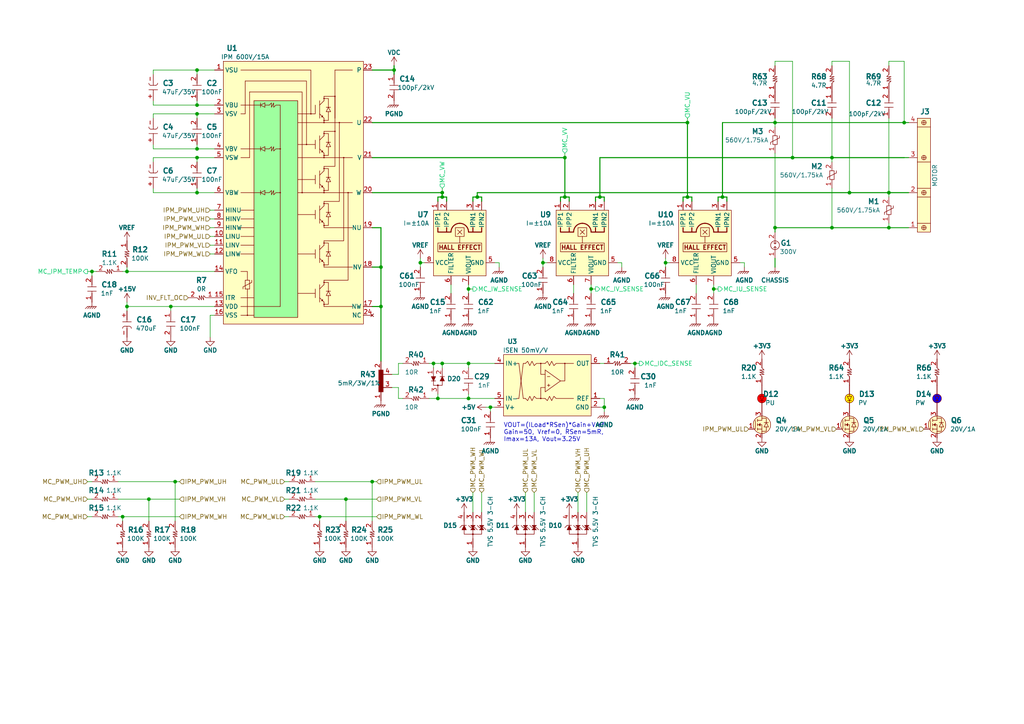
<source format=kicad_sch>
(kicad_sch (version 20231120) (generator "eeschema") (generator_version "8.0")
  (paper "A4")
  (title_block (title "INVERTER BOARD") (date "2024-09-24") (rev "1.0") (company "TON DUC THANG UNIVERSITY") (comment 1 "Schematic Designed by ...") (comment 2 "PCB Designed by ...") (comment 3 "Approved by ..."))
  (junction (at 175.26 118.11))
  (junction (at 57.15 20.32))
  (junction (at 57.15 33.02))
  (junction (at 229.87 45.72))
  (junction (at 128.27 57.15))
  (junction (at 171.45 83.82))
  (junction (at 121.92 76.2))
  (junction (at 224.79 35.56))
  (junction (at 257.81 55.88))
  (junction (at 35.56 149.86))
  (junction (at 209.55 57.15))
  (junction (at 57.15 30.48))
  (junction (at 128.27 55.88))
  (junction (at 57.15 43.18))
  (junction (at 257.81 66.04))
  (junction (at 246.38 55.88))
  (junction (at 173.99 57.15))
  (junction (at 36.83 78.74))
  (junction (at 224.79 66.04))
  (junction (at 36.83 88.9))
  (junction (at 57.15 45.72))
  (junction (at 107.95 139.7))
  (junction (at 163.83 45.72))
  (junction (at 43.18 144.78))
  (junction (at 49.53 88.9))
  (junction (at 114.3 20.32))
  (junction (at 110.49 88.9))
  (junction (at 199.39 35.56))
  (junction (at 199.39 57.15))
  (junction (at 128.27 105.41))
  (junction (at 184.15 105.41))
  (junction (at 157.48 76.2))
  (junction (at 110.49 77.47))
  (junction (at 135.89 83.82))
  (junction (at 92.71 149.86))
  (junction (at 100.33 144.78))
  (junction (at 57.15 55.88))
  (junction (at 207.01 83.82))
  (junction (at 241.3 45.72))
  (junction (at 135.89 115.57))
  (junction (at 26.67 78.74))
  (junction (at 142.24 118.11))
  (junction (at 127 115.57))
  (junction (at 125.73 105.41))
  (junction (at 135.89 105.41))
  (junction (at 262.255 35.56))
  (junction (at 138.43 57.15))
  (junction (at 193.04 76.2))
  (junction (at 163.83 57.15))
  (junction (at 241.3 66.04))
  (junction (at 50.8 139.7))
  (wire (pts (xy 157.48 76.2) (xy 158.75 76.2)))
  (wire (pts (xy 60.96 68.58) (xy 62.23 68.58)))
  (wire (pts (xy 25.4 144.78) (xy 26.67 144.78)))
  (wire (pts (xy 121.92 74.93) (xy 121.92 76.2)))
  (wire (pts (xy 163.83 45.72) (xy 163.83 57.15)) (stroke (width 0.3)))
  (wire (pts (xy 135.89 106.68) (xy 135.89 105.41)))
  (wire (pts (xy 171.45 83.82) (xy 172.72 83.82)))
  (wire (pts (xy 44.45 30.48) (xy 57.15 30.48)))
  (wire (pts (xy 44.45 20.32) (xy 57.15 20.32)))
  (wire (pts (xy 246.38 17.78) (xy 246.38 55.88)))
  (wire (pts (xy 114.3 20.32) (xy 114.3 21.59)) (stroke (width 0.3)))
  (wire (pts (xy 207.01 82.55) (xy 207.01 83.82)))
  (wire (pts (xy 224.79 34.29) (xy 224.79 35.56)))
  (wire (pts (xy 115.57 112.395) (xy 113.665 112.395)))
  (wire (pts (xy 224.79 35.56) (xy 262.255 35.56)) (stroke (width 0.254)))
  (wire (pts (xy 229.87 45.72) (xy 241.3 45.72)) (stroke (width 0.3)))
  (wire (pts (xy 44.45 29.21) (xy 44.45 30.48)))
  (wire (pts (xy 208.28 58.42) (xy 208.28 57.15)) (stroke (width 0.3)))
  (wire (pts (xy 91.44 144.78) (xy 100.33 144.78)))
  (wire (pts (xy 162.56 57.15) (xy 163.83 57.15)) (stroke (width 0.3)))
  (wire (pts (xy 224.79 74.93) (xy 224.79 77.47)) (stroke (width 0.254)))
  (wire (pts (xy 257.81 19.05) (xy 257.81 17.78)))
  (wire (pts (xy 224.79 19.05) (xy 224.79 17.78)))
  (wire (pts (xy 44.45 21.59) (xy 44.45 20.32)))
  (wire (pts (xy 115.57 115.57) (xy 115.57 112.395)))
  (wire (pts (xy 60.96 71.12) (xy 62.23 71.12)))
  (wire (pts (xy 137.16 57.15) (xy 138.43 57.15)) (stroke (width 0.3)))
  (wire (pts (xy 163.83 44.45) (xy 163.83 45.72)))
  (wire (pts (xy 121.92 76.2) (xy 123.19 76.2)))
  (wire (pts (xy 209.55 57.15) (xy 210.82 57.15)) (stroke (width 0.3)))
  (wire (pts (xy 34.29 144.78) (xy 43.18 144.78)))
  (wire (pts (xy 128.27 106.68) (xy 128.27 105.41)))
  (wire (pts (xy 57.15 54.61) (xy 57.15 55.88)))
  (wire (pts (xy 92.71 149.86) (xy 92.71 151.13)))
  (wire (pts (xy 175.26 57.15) (xy 175.26 58.42)) (stroke (width 0.3)))
  (wire (pts (xy 139.7 142.875) (xy 139.7 148.59)))
  (wire (pts (xy 35.56 149.86) (xy 52.07 149.86)))
  (wire (pts (xy 57.15 45.72) (xy 57.15 46.99)))
  (wire (pts (xy 184.15 105.41) (xy 182.88 105.41)))
  (wire (pts (xy 198.12 58.42) (xy 198.12 57.15)) (stroke (width 0.3)))
  (wire (pts (xy 34.29 139.7) (xy 50.8 139.7)))
  (wire (pts (xy 224.79 17.78) (xy 229.87 17.78)))
  (wire (pts (xy 44.45 41.91) (xy 44.45 43.18)))
  (wire (pts (xy 144.78 76.2) (xy 144.78 77.47)))
  (wire (pts (xy 173.99 45.72) (xy 173.99 57.15)) (stroke (width 0.3)))
  (wire (pts (xy 257.81 64.77) (xy 257.81 66.04)))
  (wire (pts (xy 175.26 119.38) (xy 175.26 118.11)))
  (wire (pts (xy 100.33 144.78) (xy 109.22 144.78)))
  (wire (pts (xy 110.49 88.9) (xy 110.49 104.775)) (stroke (width 0.3)))
  (wire (pts (xy 107.95 55.88) (xy 128.27 55.88)) (stroke (width 0.3)))
  (wire (pts (xy 91.44 139.7) (xy 107.95 139.7)))
  (wire (pts (xy 60.96 91.44) (xy 62.23 91.44)))
  (wire (pts (xy 44.45 33.02) (xy 57.15 33.02)))
  (wire (pts (xy 241.3 45.72) (xy 262.255 45.72)) (stroke (width 0.3)))
  (wire (pts (xy 60.96 66.04) (xy 62.23 66.04)))
  (wire (pts (xy 57.15 41.91) (xy 57.15 43.18)))
  (wire (pts (xy 229.87 17.78) (xy 229.87 45.72)))
  (wire (pts (xy 138.43 57.15) (xy 139.7 57.15)) (stroke (width 0.3)))
  (wire (pts (xy 129.54 57.15) (xy 129.54 58.42)) (stroke (width 0.3)))
  (wire (pts (xy 50.8 139.7) (xy 52.07 139.7)))
  (wire (pts (xy 135.89 83.82) (xy 137.16 83.82)))
  (wire (pts (xy 114.3 19.05) (xy 114.3 20.32)) (stroke (width 0.3)))
  (wire (pts (xy 43.18 144.78) (xy 52.07 144.78)))
  (wire (pts (xy 200.66 57.15) (xy 200.66 58.42)) (stroke (width 0.3)))
  (wire (pts (xy 62.23 30.48) (xy 57.15 30.48)))
  (wire (pts (xy 241.3 66.04) (xy 257.81 66.04)) (stroke (width 0.254)))
  (wire (pts (xy 152.4 142.875) (xy 152.4 148.59)))
  (wire (pts (xy 57.15 55.88) (xy 62.23 55.88)))
  (wire (pts (xy 257.81 17.78) (xy 262.255 17.78)))
  (wire (pts (xy 207.01 83.82) (xy 208.28 83.82)))
  (wire (pts (xy 210.82 57.15) (xy 210.82 58.42)) (stroke (width 0.3)))
  (wire (pts (xy 35.56 78.74) (xy 36.83 78.74)))
  (wire (pts (xy 25.4 149.86) (xy 26.67 149.86)))
  (wire (pts (xy 127 57.15) (xy 127 58.42)) (stroke (width 0.3)))
  (wire (pts (xy 170.18 142.875) (xy 170.18 148.59)))
  (wire (pts (xy 36.83 77.47) (xy 36.83 78.74)))
  (wire (pts (xy 107.95 20.32) (xy 114.3 20.32)) (stroke (width 0.3)))
  (wire (pts (xy 92.71 149.86) (xy 109.22 149.86)))
  (wire (pts (xy 107.95 139.7) (xy 109.22 139.7)))
  (wire (pts (xy 172.72 58.42) (xy 172.72 57.15)) (stroke (width 0.3)))
  (wire (pts (xy 107.95 139.7) (xy 107.95 151.13)))
  (wire (pts (xy 50.8 139.7) (xy 50.8 151.13)))
  (wire (pts (xy 44.45 43.18) (xy 57.15 43.18)))
  (wire (pts (xy 193.04 76.2) (xy 194.31 76.2)))
  (wire (pts (xy 142.24 118.11) (xy 142.24 119.38)))
  (wire (pts (xy 171.45 82.55) (xy 171.45 83.82)))
  (wire (pts (xy 137.16 142.875) (xy 137.16 148.59)))
  (wire (pts (xy 207.01 83.82) (xy 207.01 85.09)))
  (wire (pts (xy 257.81 55.88) (xy 263.525 55.88)) (stroke (width 0.3)))
  (wire (pts (xy 110.49 77.47) (xy 110.49 88.9)) (stroke (width 0.3)))
  (wire (pts (xy 165.1 57.15) (xy 165.1 58.42)) (stroke (width 0.3)))
  (wire (pts (xy 36.83 78.74) (xy 62.23 78.74)))
  (wire (pts (xy 175.26 115.57) (xy 175.26 118.11)))
  (wire (pts (xy 173.99 45.72) (xy 229.87 45.72)) (stroke (width 0.3)))
  (wire (pts (xy 198.12 57.15) (xy 199.39 57.15)) (stroke (width 0.3)))
  (wire (pts (xy 44.45 34.29) (xy 44.45 33.02)))
  (wire (pts (xy 201.93 85.09) (xy 201.93 82.55)))
  (wire (pts (xy 135.89 115.57) (xy 143.51 115.57)))
  (wire (pts (xy 241.3 34.29) (xy 241.3 45.72)))
  (wire (pts (xy 115.57 108.585) (xy 113.665 108.585)))
  (wire (pts (xy 57.15 29.21) (xy 57.15 30.48)))
  (wire (pts (xy 127 115.57) (xy 135.89 115.57)))
  (wire (pts (xy 128.27 54.61) (xy 128.27 55.88)))
  (wire (pts (xy 44.45 45.72) (xy 57.15 45.72)))
  (wire (pts (xy 57.15 20.32) (xy 57.15 21.59)))
  (wire (pts (xy 171.45 83.82) (xy 171.45 85.09)))
  (wire (pts (xy 138.43 55.88) (xy 138.43 57.15)) (stroke (width 0.3)))
  (wire (pts (xy 128.27 57.15) (xy 129.54 57.15)) (stroke (width 0.3)))
  (wire (pts (xy 82.55 139.7) (xy 83.82 139.7)))
  (wire (pts (xy 162.56 58.42) (xy 162.56 57.15)) (stroke (width 0.3)))
  (wire (pts (xy 214.63 76.2) (xy 215.9 76.2)))
  (wire (pts (xy 115.57 105.41) (xy 115.57 108.585)))
  (wire (pts (xy 193.04 76.2) (xy 193.04 77.47)))
  (wire (pts (xy 130.81 85.09) (xy 130.81 82.55)))
  (wire (pts (xy 44.45 46.99) (xy 44.45 45.72)))
  (wire (pts (xy 173.99 115.57) (xy 175.26 115.57)))
  (wire (pts (xy 175.26 118.11) (xy 173.99 118.11)))
  (wire (pts (xy 60.96 97.79) (xy 60.96 91.44)))
  (wire (pts (xy 91.44 149.86) (xy 92.71 149.86)))
  (wire (pts (xy 135.89 82.55) (xy 135.89 83.82)))
  (wire (pts (xy 135.89 83.82) (xy 135.89 85.09)))
  (wire (pts (xy 167.64 142.875) (xy 167.64 148.59)))
  (wire (pts (xy 36.83 88.9) (xy 49.53 88.9)))
  (wire (pts (xy 172.72 57.15) (xy 173.99 57.15)) (stroke (width 0.3)))
  (wire (pts (xy 246.38 55.88) (xy 257.81 55.88)) (stroke (width 0.3)))
  (wire (pts (xy 125.73 105.41) (xy 125.73 106.68)))
  (wire (pts (xy 125.73 105.41) (xy 128.27 105.41)))
  (wire (pts (xy 110.49 66.04) (xy 110.49 77.47)) (stroke (width 0.3)))
  (wire (pts (xy 241.3 45.72) (xy 241.3 46.99)))
  (wire (pts (xy 241.3 54.61) (xy 241.3 66.04)))
  (wire (pts (xy 215.9 76.2) (xy 215.9 77.47)))
  (wire (pts (xy 135.89 114.3) (xy 135.89 115.57)))
  (wire (pts (xy 62.23 45.72) (xy 57.15 45.72)))
  (wire (pts (xy 107.95 45.72) (xy 163.83 45.72)) (stroke (width 0.3)))
  (wire (pts (xy 100.33 144.78) (xy 100.33 151.13)))
  (wire (pts (xy 26.67 80.01) (xy 26.67 78.74)))
  (wire (pts (xy 128.27 105.41) (xy 135.89 105.41)))
  (wire (pts (xy 43.18 144.78) (xy 43.18 151.13)))
  (wire (pts (xy 184.15 106.68) (xy 184.15 105.41)))
  (wire (pts (xy 262.255 17.78) (xy 262.255 35.56)))
  (wire (pts (xy 124.46 105.41) (xy 125.73 105.41)))
  (wire (pts (xy 185.42 105.41) (xy 184.15 105.41)))
  (wire (pts (xy 199.39 57.15) (xy 199.39 35.56)) (stroke (width 0.3)))
  (wire (pts (xy 163.83 57.15) (xy 165.1 57.15)) (stroke (width 0.3)))
  (wire (pts (xy 107.95 77.47) (xy 110.49 77.47)) (stroke (width 0.3)))
  (wire (pts (xy 199.39 34.29) (xy 199.39 35.56)))
  (wire (pts (xy 224.79 44.45) (xy 224.79 66.04)))
  (wire (pts (xy 179.07 76.2) (xy 180.34 76.2)))
  (wire (pts (xy 173.99 57.15) (xy 175.26 57.15)) (stroke (width 0.3)))
  (wire (pts (xy 139.7 57.15) (xy 139.7 58.42)) (stroke (width 0.3)))
  (wire (pts (xy 209.55 35.56) (xy 209.55 57.15)) (stroke (width 0.3)))
  (wire (pts (xy 143.51 76.2) (xy 144.78 76.2)))
  (wire (pts (xy 107.95 35.56) (xy 199.39 35.56)) (stroke (width 0.3)))
  (wire (pts (xy 193.04 74.93) (xy 193.04 76.2)))
  (wire (pts (xy 25.4 139.7) (xy 26.67 139.7)))
  (wire (pts (xy 82.55 149.86) (xy 83.82 149.86)))
  (wire (pts (xy 60.96 63.5) (xy 62.23 63.5)))
  (wire (pts (xy 175.26 105.41) (xy 173.99 105.41)))
  (wire (pts (xy 166.37 85.09) (xy 166.37 82.55)))
  (wire (pts (xy 262.255 35.56) (xy 263.525 35.56)) (stroke (width 0.254)))
  (wire (pts (xy 49.53 90.17) (xy 49.53 88.9)))
  (wire (pts (xy 82.55 144.78) (xy 83.82 144.78)))
  (wire (pts (xy 209.55 35.56) (xy 224.79 35.56)) (stroke (width 0.254)))
  (wire (pts (xy 224.79 66.04) (xy 241.3 66.04)) (stroke (width 0.254)))
  (wire (pts (xy 138.43 55.88) (xy 246.38 55.88)) (stroke (width 0.3)))
  (wire (pts (xy 208.28 57.15) (xy 209.55 57.15)) (stroke (width 0.3)))
  (wire (pts (xy 35.56 149.86) (xy 35.56 151.13)))
  (wire (pts (xy 34.29 149.86) (xy 35.56 149.86)))
  (wire (pts (xy 127 115.57) (xy 124.46 115.57)))
  (wire (pts (xy 142.24 118.11) (xy 143.51 118.11)))
  (wire (pts (xy 127 57.15) (xy 128.27 57.15)) (stroke (width 0.3)))
  (wire (pts (xy 121.92 76.2) (xy 121.92 77.47)))
  (wire (pts (xy 36.83 90.17) (xy 36.83 88.9)))
  (wire (pts (xy 116.84 115.57) (xy 115.57 115.57)))
  (wire (pts (xy 49.53 88.9) (xy 62.23 88.9)))
  (wire (pts (xy 154.94 142.875) (xy 154.94 148.59)))
  (wire (pts (xy 128.27 57.15) (xy 128.27 55.88)) (stroke (width 0.3)))
  (wire (pts (xy 140.97 118.11) (xy 142.24 118.11)))
  (wire (pts (xy 62.23 33.02) (xy 57.15 33.02)))
  (wire (pts (xy 107.95 66.04) (xy 110.49 66.04)) (stroke (width 0.3)))
  (wire (pts (xy 60.96 73.66) (xy 62.23 73.66)))
  (wire (pts (xy 262.255 45.72) (xy 263.525 45.72)) (stroke (width 0.254)))
  (wire (pts (xy 135.89 105.41) (xy 143.51 105.41)))
  (wire (pts (xy 26.67 78.74) (xy 27.94 78.74)))
  (wire (pts (xy 257.81 55.88) (xy 257.81 57.15)))
  (wire (pts (xy 44.45 54.61) (xy 44.45 55.88)))
  (wire (pts (xy 157.48 76.2) (xy 157.48 77.47)))
  (wire (pts (xy 110.49 88.9) (xy 107.95 88.9)) (stroke (width 0.3)))
  (wire (pts (xy 257.81 34.29) (xy 257.81 55.88)))
  (wire (pts (xy 241.3 17.78) (xy 246.38 17.78)))
  (wire (pts (xy 60.96 60.96) (xy 62.23 60.96)))
  (wire (pts (xy 224.79 35.56) (xy 224.79 36.83)))
  (wire (pts (xy 25.4 78.74) (xy 26.67 78.74)))
  (wire (pts (xy 57.15 33.02) (xy 57.15 34.29)))
  (wire (pts (xy 157.48 74.93) (xy 157.48 76.2)))
  (wire (pts (xy 257.81 66.04) (xy 263.525 66.04)) (stroke (width 0.254)))
  (wire (pts (xy 62.23 43.18) (xy 57.15 43.18)))
  (wire (pts (xy 127 114.3) (xy 127 115.57)))
  (wire (pts (xy 44.45 55.88) (xy 57.15 55.88)))
  (wire (pts (xy 116.84 105.41) (xy 115.57 105.41)))
  (wire (pts (xy 241.3 19.05) (xy 241.3 17.78)))
  (wire (pts (xy 199.39 57.15) (xy 200.66 57.15)) (stroke (width 0.3)))
  (wire (pts (xy 36.83 87.63) (xy 36.83 88.9)))
  (wire (pts (xy 62.23 20.32) (xy 57.15 20.32)))
  (wire (pts (xy 137.16 58.42) (xy 137.16 57.15)) (stroke (width 0.3)))
  (wire (pts (xy 180.34 76.2) (xy 180.34 77.47)))
  (wire (pts (xy 224.79 66.04) (xy 224.79 67.31)) (stroke (width 0.254)))
  (text "VOUT=(ILoad*RSen)*Gain+Vref\nGain=50, Vref=0, RSen=5mR,\nImax=13A, Vout=3.25V" (at 146.05 128.27 0) (effects (font (size 1.27 1.27)) (justify left bottom)))
  (hierarchical_label "MC_PWM_UL" (shape input) (at 82.55 139.7 180))
  (hierarchical_label "MC_PWM_UH" (shape input) (at 25.4 139.7 180))
  (hierarchical_label "MC_PWM_WH" (shape input) (at 137.16 142.875 90))
  (hierarchical_label "IPM_PWM_UL" (shape input) (at 217.17 124.46 180))
  (hierarchical_label "IPM_PWM_VL" (shape input) (at 60.96 71.12 180))
  (hierarchical_label "MC_VW" (shape input) (at 128.27 54.61 90))
  (hierarchical_label "IPM_PWM_UL" (shape input) (at 60.96 68.58 180))
  (hierarchical_label "IPM_PWM_UH" (shape input) (at 52.07 139.7 0))
  (hierarchical_label "IPM_PWM_VH" (shape input) (at 52.07 144.78 0))
  (hierarchical_label "IPM_PWM_VL" (shape input) (at 109.22 144.78 0))
  (hierarchical_label "MC_PWM_VL" (shape input) (at 154.94 142.875 90))
  (hierarchical_label "MC_PWM_VL" (shape input) (at 82.55 144.78 180))
  (hierarchical_label "IPM_PWM_UH" (shape input) (at 60.96 60.96 180))
  (hierarchical_label "IPM_PWM_WL" (shape input) (at 267.97 124.46 180))
  (hierarchical_label "MC_PWM_VH" (shape input) (at 167.64 142.875 90))
  (hierarchical_label "MC_VV" (shape input) (at 163.83 44.45 90))
  (hierarchical_label "MC_IPM_TEMP" (shape output) (at 25.4 78.74 180))
  (hierarchical_label "IPM_PWM_VL" (shape input) (at 242.57 124.46 180))
  (hierarchical_label "IPM_PWM_WH" (shape input) (at 60.96 66.04 180))
  (hierarchical_label "MC_IW_SENSE" (shape output) (at 137.16 83.82 0))
  (hierarchical_label "MC_PWM_VH" (shape input) (at 25.4 144.78 180))
  (hierarchical_label "MC_PWM_UL" (shape input) (at 152.4 142.875 90))
  (hierarchical_label "IPM_PWM_VH" (shape input) (at 60.96 63.5 180))
  (hierarchical_label "MC_IV_SENSE" (shape output) (at 172.72 83.82 0))
  (hierarchical_label "IPM_PWM_WL" (shape input) (at 60.96 73.66 180))
  (hierarchical_label "MC_IDC_SENSE" (shape output) (at 185.42 105.41 0))
  (hierarchical_label "MC_VU" (shape input) (at 199.39 34.29 90))
  (hierarchical_label "MC_PWM_WH" (shape input) (at 25.4 149.86 180))
  (hierarchical_label "IPM_PWM_WL" (shape input) (at 109.22 149.86 0))
  (hierarchical_label "IPM_PWM_UL" (shape input) (at 109.22 139.7 0))
  (hierarchical_label "MC_PWM_WL" (shape input) (at 139.7 142.875 90))
  (hierarchical_label "MC_PWM_WL" (shape input) (at 82.55 149.86 180))
  (hierarchical_label "INV_FLT_OC" (shape input) (at 54.61 86.36 180))
  (hierarchical_label "MC_PWM_UH" (shape input) (at 170.18 142.875 90))
  (hierarchical_label "MC_IU_SENSE" (shape output) (at 208.28 83.82 0))
  (hierarchical_label "IPM_PWM_WH" (shape input) (at 52.07 149.86 0))
  (symbol (lib_id "SAMPI:AGND") (at 166.37 92.71 0) (unit 1)
    (property "Reference" "#PWR0109" (effects (hide yes)))
    (property "Value" "AGND" (at 166.37 96.52 0) (effects (font (bold yes))))
  )
  (symbol (lib_id "SAMPI:CERCAP") (at 144.78 124.46 270) (mirror x) (unit 1)
    (property "Reference" "C31" (at 138.43 121.92 90) (effects (font (size 1.5 1.5) (bold yes)) (justify right)))
    (property "Value" "100nF" (at 139.7 124.46 90) (effects (justify right)))
    (property "Footprint" "SAMPI:CAP0603" (effects (hide yes)))
    (property "Description" "CAP CER 0.1UF 50V X7R 0603" (effects (hide yes)))
    (property "MNP" "CL10B104KB8NNNC" (effects (hide yes)))
    (property "Unit Price" "0.0146" (effects (hide yes)))
    (property "MFT" "Samsung" (effects (hide yes)))
    (property "Checked" "OK" (effects (hide yes)))
  )
  (symbol (lib_id "SAMPI:CERCAP") (at 46.99 92.71 90) (mirror x) (unit 1)
    (property "Reference" "C17" (at 52.07 92.71 90) (effects (font (size 1.5 1.5) (bold yes)) (justify right)))
    (property "Value" "100nF" (at 52.07 95.25 90) (effects (justify right)))
    (property "Footprint" "SAMPI:CAP0603" (effects (hide yes)))
    (property "Description" "CAP CER 0.1UF 50V X7R 0603" (effects (hide yes)))
    (property "MNP" "CL10B104KB8NNNC" (effects (hide yes)))
    (property "Unit Price" "0.0146" (effects (hide yes)))
    (property "MFT" "Samsung" (effects (hide yes)))
    (property "Checked" "OK" (effects (hide yes)))
  )
  (symbol (lib_id "SAMPI:AGND") (at 142.24 127 0) (unit 1)
    (property "Reference" "#PWR068" (effects (hide yes)))
    (property "Value" "AGND" (at 142.24 130.81 0) (effects (font (bold yes))))
  )
  (symbol (lib_id "power:GND") (at 36.83 97.79 0) (unit 1)
    (property "Reference" "#PWR014" (effects (hide yes)))
    (property "Value" "GND" (at 36.83 101.6 0) (effects (font (bold yes))))
  )
  (symbol (lib_id "SAMPI:VREF") (at 121.92 74.93 0) (unit 1)
    (property "Reference" "#PWR082" (effects (hide yes)))
    (property "Value" "VREF" (at 121.92 71.12 0) (effects (font (bold yes))))
  )
  (symbol (lib_id "SAMPI:ELECCAP") (at 39.37 92.71 270) (unit 1)
    (property "Reference" "C16" (at 39.37 92.71 90) (effects (font (size 1.5 1.5) (bold yes)) (justify left)))
    (property "Value" "470uF" (at 39.37 95.25 90) (effects (justify left)))
    (property "Footprint" "SAMPI:CAP_ELEC-10.3x10.3-DIA10" (effects (hide yes)))
    (property "Description" "CAP ALUM POLY 470UF 20% 25V SMD" (effects (hide yes)))
    (property "MNP" "A768MS477M1ELAE017" (effects (hide yes)))
    (property "Unit Price" "0.85" (effects (hide yes)))
    (property "MFT" "KEMET" (effects (hide yes)))
    (property "Checked" "OK" (effects (hide yes)))
  )
  (symbol (lib_id "SAMPI:CERCAP") (at 255.27 31.75 90) (unit 1)
    (property "Reference" "C12" (at 253.365 29.845 90) (effects (font (size 1.5 1.5) (bold yes))))
    (property "Value" "100pF/2kV" (at 251.46 33.02 90))
    (property "Footprint" "SAMPI:CAP1206" (effects (hide yes)))
    (property "Description" "CAP CER 100PF 2000V X7R 1206" (effects (hide yes)))
    (property "MNP" "885342208022" (effects (hide yes)))
    (property "Unit Price" "0.19" (effects (hide yes)))
    (property "MFT" "WE" (effects (hide yes)))
    (property "Checked" "OK" (effects (hide yes)))
  )
  (symbol (lib_id "power:+3V3") (at 165.1 148.59 0) (unit 1)
    (property "Reference" "#PWR051" (effects (hide yes)))
    (property "Value" "+3V3" (at 165.1 144.78 0) (effects (font (bold yes))))
  )
  (symbol (lib_id "SAMPI:CERCAP") (at 168.91 90.17 90) (unit 1)
    (property "Reference" "C65" (at 173.99 87.63 90) (effects (font (size 1.5 1.5) (bold yes)) (justify right)))
    (property "Value" "1nF" (at 173.99 90.17 90) (effects (justify right)))
    (property "Footprint" "SAMPI:CAP0603" (effects (hide yes)))
    (property "Description" "CAP CER 1nF 50V X7R 0603" (effects (hide yes)))
    (property "MNP" "CL10B102KB8NNNC" (effects (hide yes)))
    (property "Unit Price" "0.027" (effects (hide yes)))
    (property "MFT" "Samsung" (effects (hide yes)))
    (property "Checked" "OK" (effects (hide yes)))
  )
  (symbol (lib_id "SAMPI:MOV") (at 243.84 52.07 270) (mirror x) (unit 1)
    (property "Reference" "M2" (at 238.76 48.26 90) (effects (font (size 1.5 1.5) (bold yes)) (justify right)))
    (property "Value" "560V/1.75kA" (at 238.76 50.8 90) (effects (justify right)))
    (property "Footprint" "SAMPI:MOV5MM" (effects (hide yes)))
    (property "Description" "VARISTOR 560V 1.75KA DISC 7MM" (effects (hide yes)))
    (property "MNP" "561KD07" (effects (hide yes)))
    (property "Unit Price" "0.255" (effects (hide yes)))
    (property "MFT" "YAGEO" (effects (hide yes)))
    (property "Checked" "OK" (effects (hide yes)))
  )
  (symbol (lib_id "SAMPI:ZXCT199Q") (at 146.05 97.79 0) (unit 1)
    (property "Reference" "U3" (at 148.59 99.06 0) (effects (font (size 1.3 1.3) (bold yes))))
    (property "Value" "ISEN 50mV/V" (at 152.4 101.6 0))
    (property "Footprint" "SAMPI:SOT363" (effects (hide yes)))
    (property "Description" "CM VOLTAGE OUTPUT SOT363 T&R 3K" (effects (hide yes)))
    (property "MNP" "ZXCT199QA1DW-7" (effects (hide yes)))
    (property "Unit Price" "0.079" (effects (hide yes)))
    (property "MFT" "Diodes" (effects (hide yes)))
    (property "Checked" "OK" (effects (hide yes)))
  )
  (symbol (lib_id "SAMPI:AGND") (at 130.81 92.71 0) (unit 1)
    (property "Reference" "#PWR022" (effects (hide yes)))
    (property "Value" "AGND" (at 130.81 96.52 0) (effects (font (bold yes))))
  )
  (symbol (lib_id "power:GND") (at 107.95 158.75 0) (unit 1)
    (property "Reference" "#PWR031" (effects (hide yes)))
    (property "Value" "GND" (at 107.95 162.56 0) (effects (font (bold yes))))
  )
  (symbol (lib_id "SAMPI:AGND") (at 184.15 114.3 0) (unit 1)
    (property "Reference" "#PWR065" (effects (hide yes)))
    (property "Value" "AGND" (at 184.15 118.11 0) (effects (font (bold yes))))
  )
  (symbol (lib_id "SAMPI:AGND") (at 180.34 77.47 0) (unit 1)
    (property "Reference" "#PWR0111" (effects (hide yes)))
    (property "Value" "AGND" (at 180.34 81.28 0) (effects (font (bold yes))))
  )
  (symbol (lib_id "SAMPI:RES") (at 97.79 156.21 90) (unit 1)
    (property "Reference" "R24" (at 104.14 153.67 90) (effects (font (size 1.5 1.5) (bold yes))))
    (property "Value" "100K" (at 104.14 156.21 90))
    (property "Footprint" "SAMPI:RES0603" (effects (hide yes)))
    (property "Description" "RES 100K OHM 1% 1/10W 0603" (effects (hide yes)))
    (property "Unit Price" "0.019" (effects (hide yes)))
    (property "MNP" "RC0603FR-07100KL" (effects (hide yes)))
    (property "MFT" "YAGEO" (effects (hide yes)))
    (property "Checked" "OK" (effects (hide yes)))
  )
  (symbol (lib_id "SAMPI:RES") (at 269.24 109.22 90) (unit 1)
    (property "Reference" "R66" (at 267.97 106.68 90) (effects (font (size 1.5 1.5) (bold yes))))
    (property "Value" "1.1K" (at 267.97 109.22 90))
    (property "Footprint" "SAMPI:RES0603" (effects (hide yes)))
    (property "Description" "RES SMD 1.1K OHM 1% 1/10W 0603" (effects (hide yes)))
    (property "MFT" "YAGEO" (effects (hide yes)))
    (property "Unit Price" "0.021" (effects (hide yes)))
    (property "MNP" "AC0603FR-071K1L" (effects (hide yes)))
    (property "Checked" "OK" (effects (hide yes)))
  )
  (symbol (lib_id "SAMPI:VREF") (at 157.48 74.93 0) (unit 1)
    (property "Reference" "#PWR089" (effects (hide yes)))
    (property "Value" "VREF" (at 157.48 71.12 0) (effects (font (bold yes))))
  )
  (symbol (lib_id "SAM1:TVS_3CH") (at 154.94 139.7 0) (mirror y) (unit 1)
    (property "Reference" "D11" (at 147.955 152.4 0) (effects (font (size 1.3 1.3) (bold yes)) (justify left)))
    (property "Value" "TVS 5.5V 3-CH" (at 157.48 158.75 90) (effects (justify left)))
    (property "Footprint" "SAMPI:SOT143B_NEXT" (effects (hide yes)))
    (property "Description" "TVS DIODE 5.5VWM SOT143B" (effects (hide yes)))
    (property "MNP" "PRTR5V0U2X,215" (effects (hide yes)))
    (property "MFT" "  Nexperia" (effects (hide yes)))
    (property "Checked" "OK" (effects (hide yes)))
  )
  (symbol (lib_id "SAMPI:RES") (at 88.9 142.24 0) (mirror y) (unit 1)
    (property "Reference" "R21" (at 85.09 142.24 0) (effects (font (size 1.5 1.5) (bold yes))))
    (property "Value" "1.1K" (at 90.17 142.24 0))
    (property "Footprint" "SAMPI:RES0603" (effects (hide yes)))
    (property "Description" "RES SMD 1.1K OHM 1% 1/10W 0603" (effects (hide yes)))
    (property "Unit Price" "0.021" (effects (hide yes)))
    (property "MNP" "AC0603FR-071K1L" (effects (hide yes)))
    (property "MFT" "YAGEO" (effects (hide yes)))
    (property "Checked" "OK" (effects (hide yes)))
  )
  (symbol (lib_id "SAMPI:CERCAP") (at 186.69 111.76 270) (mirror x) (unit 1)
    (property "Reference" "C30" (at 190.5 109.22 90) (effects (font (size 1.5 1.5) (bold yes)) (justify right)))
    (property "Value" "1nF" (at 190.5 111.76 90) (effects (justify right)))
    (property "Footprint" "SAMPI:CAP0603" (effects (hide yes)))
    (property "Description" "CAP CER 1nF 50V X7R 0603" (effects (hide yes)))
    (property "MNP" "CL10B102KB8NNNC" (effects (hide yes)))
    (property "Unit Price" "0.027" (effects (hide yes)))
    (property "MFT" "Samsung" (effects (hide yes)))
    (property "Checked" "OK" (effects (hide yes)))
  )
  (symbol (lib_id "SAMPI:MOV") (at 260.35 62.23 270) (mirror x) (unit 1)
    (property "Reference" "M1" (at 255.27 58.42 90) (effects (font (size 1.5 1.5) (bold yes)) (justify right)))
    (property "Value" "560V/1.75kA" (at 255.27 60.96 90) (effects (justify right)))
    (property "Footprint" "SAMPI:MOV5MM" (effects (hide yes)))
    (property "Description" "VARISTOR 560V 1.75KA DISC 7MM" (effects (hide yes)))
    (property "MNP" "561KD07" (effects (hide yes)))
    (property "Unit Price" "0.255" (effects (hide yes)))
    (property "MFT" "YAGEO" (effects (hide yes)))
    (property "Checked" "OK" (effects (hide yes)))
  )
  (symbol (lib_id "SAMPI:CERCAP") (at 199.39 90.17 90) (unit 1)
    (property "Reference" "C67" (at 195.58 87.63 90) (effects (font (size 1.5 1.5) (bold yes)) (justify right)))
    (property "Value" "1nF" (at 195.58 90.17 90) (effects (justify right)))
    (property "Footprint" "SAMPI:CAP0603" (effects (hide yes)))
    (property "Description" "CAP CER 1nF 50V X7R 0603" (effects (hide yes)))
    (property "MNP" "CL10B102KB8NNNC" (effects (hide yes)))
    (property "Unit Price" "0.027" (effects (hide yes)))
    (property "MFT" "Samsung" (effects (hide yes)))
    (property "Checked" "OK" (effects (hide yes)))
  )
  (symbol (lib_id "SAMPI:ACS724") (at 193.04 60.96 90) (mirror x) (unit 1)
    (property "Reference" "U10" (at 195.58 62.23 90) (effects (font (size 1.5 1.5) (bold yes)) (justify left)))
    (property "Value" "I=±10A" (at 195.58 64.77 90) (effects (justify left)))
    (property "Footprint" "SAMPI:SOIC8_ALL" (effects (hide yes)))
    (property "Description" "SENSOR CURRENT HALL 10A AC/DC" (effects (hide yes)))
    (property "MNP" "ACS724LLCTR-10AB-T" (effects (hide yes)))
    (property "Unit Price" "4.36" (effects (hide yes)))
    (property "MFT" "Allegro" (effects (hide yes)))
    (property "Checked" "OK" (effects (hide yes)))
  )
  (symbol (lib_id "SAMPI:RES") (at 31.75 147.32 0) (mirror y) (unit 1)
    (property "Reference" "R15" (at 27.94 147.32 0) (effects (font (size 1.5 1.5) (bold yes))))
    (property "Value" "1.1K" (at 33.02 147.32 0))
    (property "Footprint" "SAMPI:RES0603" (effects (hide yes)))
    (property "Description" "RES SMD 1.1K OHM 1% 1/10W 0603" (effects (hide yes)))
    (property "Unit Price" "0.021" (effects (hide yes)))
    (property "MNP" "AC0603FR-071K1L" (effects (hide yes)))
    (property "MFT" "YAGEO" (effects (hide yes)))
    (property "Checked" "OK" (effects (hide yes)))
  )
  (symbol (lib_id "SAMPI:RES") (at 31.75 142.24 0) (mirror y) (unit 1)
    (property "Reference" "R14" (at 27.94 142.24 0) (effects (font (size 1.5 1.5) (bold yes))))
    (property "Value" "1.1K" (at 33.02 142.24 0))
    (property "Footprint" "SAMPI:RES0603" (effects (hide yes)))
    (property "Description" "RES SMD 1.1K OHM 1% 1/10W 0603" (effects (hide yes)))
    (property "Unit Price" "0.021" (effects (hide yes)))
    (property "MNP" "AC0603FR-071K1L" (effects (hide yes)))
    (property "MFT" "YAGEO" (effects (hide yes)))
    (property "Checked" "OK" (effects (hide yes)))
  )
  (symbol (lib_id "SAMPI:RES") (at 218.44 109.22 90) (unit 1)
    (property "Reference" "R20" (at 217.17 106.68 90) (effects (font (size 1.5 1.5) (bold yes))))
    (property "Value" "1.1K" (at 217.17 109.22 90))
    (property "Footprint" "SAMPI:RES0603" (effects (hide yes)))
    (property "Description" "RES SMD 1.1K OHM 1% 1/10W 0603" (effects (hide yes)))
    (property "MFT" "YAGEO" (effects (hide yes)))
    (property "Unit Price" "0.021" (effects (hide yes)))
    (property "MNP" "AC0603FR-071K1L" (effects (hide yes)))
    (property "Checked" "OK" (effects (hide yes)))
  )
  (symbol (lib_id "SAMPI:CERCAP") (at 54.61 39.37 90) (unit 1)
    (property "Reference" "C5" (at 59.69 36.8299 90) (effects (font (size 1.5 1.5) (bold yes)) (justify right)))
    (property "Value" "100nF" (at 58.42 39.37 90) (effects (justify right)))
    (property "Footprint" "SAMPI:CAP0603" (effects (hide yes)))
    (property "Description" "CAP CER 0.1UF 50V X7R 0603" (effects (hide yes)))
    (property "MNP" "CL10B104KB8NNNC" (effects (hide yes)))
    (property "Unit Price" "0.0146" (effects (hide yes)))
    (property "MFT" "Samsung" (effects (hide yes)))
    (property "Checked" "OK" (effects (hide yes)))
  )
  (symbol (lib_id "power:VDC") (at 114.3 19.05 0) (unit 1)
    (property "Reference" "#PWR01" (effects (hide yes)))
    (property "Value" "VDC" (at 114.3 15.24 0) (effects (font (bold yes))))
  )
  (symbol (lib_id "SAMPI:CERCAP") (at 154.94 82.55 90) (unit 1)
    (property "Reference" "C63" (at 151.13 80.01 90) (effects (font (size 1.5 1.5) (bold yes)) (justify right)))
    (property "Value" "100nF" (at 151.13 82.55 90) (effects (justify right)))
    (property "Footprint" "SAMPI:CAP0603" (effects (hide yes)))
    (property "Description" "CAP CER 0.1UF 50V X7R 0603" (effects (hide yes)))
    (property "MNP" "CL10B104KB8NNNC" (effects (hide yes)))
    (property "Unit Price" "0.0146" (effects (hide yes)))
    (property "MFT" "Samsung" (effects (hide yes)))
    (property "Checked" "OK" (effects (hide yes)))
  )
  (symbol (lib_id "SAMPI:CERCAP") (at 54.61 26.67 90) (unit 1)
    (property "Reference" "C2" (at 59.69 24.1299 90) (effects (font (size 1.5 1.5) (bold yes)) (justify right)))
    (property "Value" "100nF" (at 58.42 26.67 90) (effects (justify right)))
    (property "Footprint" "SAMPI:CAP0603" (effects (hide yes)))
    (property "Description" "CAP CER 0.1UF 50V X7R 0603" (effects (hide yes)))
    (property "MNP" "CL10B104KB8NNNC" (effects (hide yes)))
    (property "Unit Price" "0.0146" (effects (hide yes)))
    (property "MFT" "Samsung" (effects (hide yes)))
    (property "Checked" "OK" (effects (hide yes)))
  )
  (symbol (lib_id "SAMPI:AGND") (at 135.89 92.71 0) (unit 1)
    (property "Reference" "#PWR087" (effects (hide yes)))
    (property "Value" "AGND" (at 135.89 96.52 0) (effects (font (bold yes))))
  )
  (symbol (lib_id "SAMPI:RLED") (at 216.535 114.3 90) (mirror x) (unit 1)
    (property "Reference" "D12" (at 226.06 114.3 90) (effects (font (size 1.5 1.5) (bold yes)) (justify left)))
    (property "Value" "PU" (at 224.79 116.84 90) (effects (justify left)))
    (property "Footprint" "SAMPI:LED0603" (effects (hide yes)))
    (property "Description" "LED RED DIFFUSED 0603 SMD" (effects (hide yes)))
    (property "MFT" "Harvatek" (effects (hide yes)))
    (property "Unit Price" "0.1" (effects (hide yes)))
    (property "MNP" "B1911USD-20D000114U1930" (effects (hide yes)))
    (property "Checked" "OK" (effects (hide yes)))
  )
  (symbol (lib_id "SAMPI:AGND") (at 121.92 85.09 0) (unit 1)
    (property "Reference" "#PWR085" (effects (hide yes)))
    (property "Value" "AGND" (at 121.92 88.9 0) (effects (font (bold yes))))
  )
  (symbol (lib_id "power:+3V3") (at 271.78 104.14 0) (unit 1)
    (property "Reference" "#PWR0161" (effects (hide yes)))
    (property "Value" "+3V3" (at 271.78 100.33 0) (effects (font (bold yes))))
  )
  (symbol (lib_id "SAMPI:CERCAP") (at 119.38 82.55 90) (unit 1)
    (property "Reference" "C61" (at 115.57 80.01 90) (effects (font (size 1.5 1.5) (bold yes)) (justify right)))
    (property "Value" "100nF" (at 115.57 82.55 90) (effects (justify right)))
    (property "Footprint" "SAMPI:CAP0603" (effects (hide yes)))
    (property "Description" "CAP CER 0.1UF 50V X7R 0603" (effects (hide yes)))
    (property "MNP" "CL10B104KB8NNNC" (effects (hide yes)))
    (property "Unit Price" "0.0146" (effects (hide yes)))
    (property "MFT" "Samsung" (effects (hide yes)))
    (property "Checked" "OK" (effects (hide yes)))
  )
  (symbol (lib_id "power:GND") (at 49.53 97.79 0) (unit 1)
    (property "Reference" "#PWR013" (effects (hide yes)))
    (property "Value" "GND" (at 49.53 101.6 0) (effects (font (bold yes))))
  )
  (symbol (lib_id "SAMPI:RES") (at 121.92 102.87 0) (mirror y) (unit 1)
    (property "Reference" "R40" (at 120.65 102.87 0) (effects (font (size 1.5 1.5) (bold yes))))
    (property "Value" "10R" (at 119.38 107.95 0))
    (property "Footprint" "SAMPI:RES0603" (effects (hide yes)))
    (property "Description" "RES 10 OHM 1% 1/10W 0603" (effects (hide yes)))
    (property "Unit Price" "0.029" (effects (hide yes)))
    (property "MNP" "RC0603FR-0710RL" (effects (hide yes)))
    (property "MFT" "YAGEO" (effects (hide yes)))
    (property "Checked" "OK" (effects (hide yes)))
  )
  (symbol (lib_id "SAMPI:VREF") (at 36.83 69.85 0) (unit 1)
    (property "Reference" "#PWR024" (effects (hide yes)))
    (property "Value" "VREF" (at 36.83 66.04 0) (effects (font (bold yes))))
  )
  (symbol (lib_id "SAMPI:AGND") (at 193.04 85.09 0) (unit 1)
    (property "Reference" "#PWR0113" (effects (hide yes)))
    (property "Value" "AGND" (at 193.04 88.9 0) (effects (font (bold yes))))
  )
  (symbol (lib_id "SAMPI:IKCM15H60GAXKMA2") (at 62.23 12.7 0) (unit 1)
    (property "Reference" "U1" (at 67.31 13.97 0) (effects (font (size 1.5 1.5) (bold yes))))
    (property "Value" "IPM 600V/15A" (at 71.12 16.51 0))
    (property "Footprint" "SAMPI:CIPOS-MINI" (effects (hide yes)))
    (property "Description" "IFPS MODULES 24MDIP" (effects (hide yes)))
    (property "MNP" "IKCM15H60GAXKMA2" (effects (hide yes)))
    (property "Unit Price" "11.37" (effects (hide yes)))
    (property "MFT" "Infineon" (effects (hide yes)))
    (property "Checked" "OK" (effects (hide yes)))
  )
  (symbol (lib_id "SAMPI:PGND") (at 110.49 116.205 0) (unit 1)
    (property "Reference" "#PWR05" (effects (hide yes)))
    (property "Value" "PGND" (at 110.49 120.015 0) (effects (font (bold yes))))
  )
  (symbol (lib_id "SAMPI:CERCAP") (at 116.84 24.13 270) (unit 1)
    (property "Reference" "C14" (at 118.11 22.86 90) (effects (font (size 1.5 1.5) (bold yes))))
    (property "Value" "100pF/2kV" (at 120.65 25.4 90))
    (property "Footprint" "SAMPI:CAP1206" (effects (hide yes)))
    (property "Description" "CAP CER 100PF 2000V X7R 1206" (effects (hide yes)))
    (property "MNP" "885342208022" (effects (hide yes)))
    (property "Unit Price" "0.19" (effects (hide yes)))
    (property "MFT" "WE" (effects (hide yes)))
    (property "Checked" "OK" (effects (hide yes)))
  )
  (symbol (lib_id "power:+3V3") (at 246.38 104.14 0) (unit 1)
    (property "Reference" "#PWR055" (effects (hide yes)))
    (property "Value" "+3V3" (at 246.38 100.33 0) (effects (font (bold yes))))
  )
  (symbol (lib_id "SAMPI:ELECCAP") (at 46.99 39.37 270) (mirror x) (unit 1)
    (property "Reference" "C4" (at 46.99 36.83 90) (effects (font (size 1.5 1.5) (bold yes)) (justify left)))
    (property "Value" "47uF/35V" (at 46.99 39.37 90) (effects (justify left)))
    (property "Footprint" "SAMPI:CAP_ELEC-6.6x6.6-DIA6.3" (effects (hide yes)))
    (property "Description" "CAP ALUM POLY 47UF 20% 35V SMD" (effects (hide yes)))
    (property "MNP" "A768EB476M1VLAE042" (effects (hide yes)))
    (property "Unit Price" "0.45" (effects (hide yes)))
    (property "MFT" "KEMET" (effects (hide yes)))
    (property "Checked" "OK" (effects (hide yes)))
  )
  (symbol (lib_id "SAMPI:ELECCAP") (at 46.99 26.67 270) (mirror x) (unit 1)
    (property "Reference" "C3" (at 46.99 24.13 90) (effects (font (size 1.5 1.5) (bold yes)) (justify left)))
    (property "Value" "47uF/35V" (at 46.99 26.67 90) (effects (justify left)))
    (property "Footprint" "SAMPI:CAP_ELEC-6.6x6.6-DIA6.3" (effects (hide yes)))
    (property "Description" "CAP ALUM POLY 47UF 20% 35V SMD" (effects (hide yes)))
    (property "MNP" "A768EB476M1VLAE042" (effects (hide yes)))
    (property "Unit Price" "0.45" (effects (hide yes)))
    (property "MFT" "KEMET" (effects (hide yes)))
    (property "Checked" "OK" (effects (hide yes)))
  )
  (symbol (lib_id "power:GND") (at 50.8 158.75 0) (unit 1)
    (property "Reference" "#PWR028" (effects (hide yes)))
    (property "Value" "GND" (at 50.8 162.56 0) (effects (font (bold yes))))
  )
  (symbol (lib_id "power:GND") (at 246.38 127 0) (unit 1)
    (property "Reference" "#PWR056" (effects (hide yes)))
    (property "Value" "GND" (at 246.38 130.81 0) (effects (font (bold yes))))
  )
  (symbol (lib_id "SAMPI:AGND") (at 144.78 77.47 0) (unit 1)
    (property "Reference" "#PWR08" (effects (hide yes)))
    (property "Value" "AGND" (at 144.78 81.28 0) (effects (font (bold yes))))
  )
  (symbol (lib_id "power:GND") (at 152.4 158.75 0) (unit 1)
    (property "Reference" "#PWR0190" (effects (hide yes)))
    (property "Value" "GND" (at 152.4 162.56 0) (effects (font (bold yes))))
  )
  (symbol (lib_id "power:+3V3") (at 149.86 148.59 0) (unit 1)
    (property "Reference" "#PWR0189" (effects (hide yes)))
    (property "Value" "+3V3" (at 149.86 144.78 0) (effects (font (bold yes))))
  )
  (symbol (lib_id "SAMPI:AGND") (at 171.45 92.71 0) (unit 1)
    (property "Reference" "#PWR0110" (effects (hide yes)))
    (property "Value" "AGND" (at 171.45 96.52 0) (effects (font (bold yes))))
  )
  (symbol (lib_id "power:GND") (at 271.78 127 0) (unit 1)
    (property "Reference" "#PWR0162" (effects (hide yes)))
    (property "Value" "GND" (at 271.78 130.81 0) (effects (font (bold yes))))
  )
  (symbol (lib_id "power:+5V") (at 140.97 118.11 90) (unit 1)
    (property "Reference" "#PWR066" (effects (hide yes)))
    (property "Value" "+5V" (at 135.89 118.11 90) (effects (font (bold yes))))
  )
  (symbol (lib_id "SAMPI:FET_N-CH") (at 267.97 119.38 0) (unit 1)
    (property "Reference" "Q6" (at 275.59 121.9199 0) (effects (font (size 1.5 1.5) (bold yes)) (justify left)))
    (property "Value" "20V/1A" (at 275.59 124.4599 0) (effects (justify left)))
    (property "Footprint" "SAMPI:SOT23" (effects (hide yes)))
    (property "Description" "MOSFET N-CH 20 V 1.6A SOT-23-3" (effects (hide yes)))
    (property "MNP" "DMN2310U-7" (effects (hide yes)))
    (property "MFT" "Diodes" (effects (hide yes)))
    (property "Unit Price" "0.148" (effects (hide yes)))
    (property "Checked" "OK" (effects (hide yes)))
  )
  (symbol (lib_id "SAMPI:RES") (at 227.33 24.13 270) (mirror x) (unit 1)
    (property "Reference" "R63" (at 220.345 22.225 90) (effects (font (size 1.5 1.5) (bold yes))))
    (property "Value" "4.7R" (at 220.345 24.13 90))
    (property "Footprint" "SAMPI:RES1206" (effects (hide yes)))
    (property "Description" "RES 4.7 OHM 1% 1/2W 1206" (effects (hide yes)))
    (property "Unit Price" "0.035" (effects (hide yes)))
    (property "MNP" "RNCP1206FTD4R70" (effects (hide yes)))
    (property "MFT" "Stackpole" (effects (hide yes)))
    (property "Checked" "OK" (effects (hide yes)))
  )
  (symbol (lib_id "SAMPI:RES") (at 33.02 156.21 90) (unit 1)
    (property "Reference" "R16" (at 39.37 153.67 90) (effects (font (size 1.5 1.5) (bold yes))))
    (property "Value" "100K" (at 39.37 156.21 90))
    (property "Footprint" "SAMPI:RES0603" (effects (hide yes)))
    (property "Description" "RES 100K OHM 1% 1/10W 0603" (effects (hide yes)))
    (property "Unit Price" "0.019" (effects (hide yes)))
    (property "MNP" "RC0603FR-07100KL" (effects (hide yes)))
    (property "MFT" "YAGEO" (effects (hide yes)))
    (property "Checked" "OK" (effects (hide yes)))
  )
  (symbol (lib_id "SAMPI:CERCAP") (at 138.43 111.76 270) (mirror x) (unit 1)
    (property "Reference" "C29" (at 142.24 109.22 90) (effects (font (size 1.5 1.5) (bold yes)) (justify right)))
    (property "Value" "1nF" (at 142.24 111.76 90) (effects (justify right)))
    (property "Footprint" "SAMPI:CAP0603" (effects (hide yes)))
    (property "Description" "CAP CER 1nF 50V X7R 0603" (effects (hide yes)))
    (property "MNP" "CL10B102KB8NNNC" (effects (hide yes)))
    (property "Unit Price" "0.027" (effects (hide yes)))
    (property "MFT" "Samsung" (effects (hide yes)))
    (property "Checked" "OK" (effects (hide yes)))
  )
  (symbol (lib_id "power:GND") (at 100.33 158.75 0) (unit 1)
    (property "Reference" "#PWR030" (effects (hide yes)))
    (property "Value" "GND" (at 100.33 162.56 0) (effects (font (bold yes))))
  )
  (symbol (lib_id "SAMPI:RES") (at 48.26 156.21 90) (unit 1)
    (property "Reference" "R18" (at 54.61 153.67 90) (effects (font (size 1.5 1.5) (bold yes))))
    (property "Value" "100K" (at 54.61 156.21 90))
    (property "Footprint" "SAMPI:RES0603" (effects (hide yes)))
    (property "Description" "RES 100K OHM 1% 1/10W 0603" (effects (hide yes)))
    (property "Unit Price" "0.019" (effects (hide yes)))
    (property "MNP" "RC0603FR-07100KL" (effects (hide yes)))
    (property "MFT" "YAGEO" (effects (hide yes)))
    (property "Checked" "OK" (effects (hide yes)))
  )
  (symbol (lib_id "SAMPI:AGND") (at 201.93 92.71 0) (unit 1)
    (property "Reference" "#PWR0114" (effects (hide yes)))
    (property "Value" "AGND" (at 201.93 96.52 0) (effects (font (bold yes))))
  )
  (symbol (lib_id "SAMPI:CERCAP") (at 163.83 90.17 90) (unit 1)
    (property "Reference" "C64" (at 160.02 87.63 90) (effects (font (size 1.5 1.5) (bold yes)) (justify right)))
    (property "Value" "1nF" (at 160.02 90.17 90) (effects (justify right)))
    (property "Footprint" "SAMPI:CAP0603" (effects (hide yes)))
    (property "Description" "CAP CER 1nF 50V X7R 0603" (effects (hide yes)))
    (property "MNP" "CL10B102KB8NNNC" (effects (hide yes)))
    (property "Unit Price" "0.027" (effects (hide yes)))
    (property "MFT" "Samsung" (effects (hide yes)))
    (property "Checked" "OK" (effects (hide yes)))
  )
  (symbol (lib_id "SAMPI:CHASSIS") (at 224.79 77.47 0) (unit 1)
    (property "Reference" "#PWR06" (effects (hide yes)))
    (property "Value" "CHASSIS" (at 224.79 81.28 0) (effects (font (bold yes))))
  )
  (symbol (lib_id "SAMPI:SIL04") (at 266.065 71.12 0) (mirror x) (unit 1)
    (property "Reference" "J3" (at 266.7 32.385 0) (effects (font (size 1.5 1.5) (bold yes)) (justify left)))
    (property "Value" "MOTOR" (at 271.145 47.625 90) (effects (justify left)))
    (property "Footprint" "SAMPI:TMB4_9.5" (effects (hide yes)))
    (property "Description" "CONN BARRIER STRIP 4CIRC 0.374\"" (effects (hide yes)))
    (property "MNP" "YK4410403000G" (effects (hide yes)))
    (property "Unit Price" "0.84" (effects (hide yes)))
    (property "MFT" "Amphenol" (effects (hide yes)))
    (property "Checked" "OK" (effects (hide yes)))
  )
  (symbol (lib_id "power:GND") (at 92.71 158.75 0) (unit 1)
    (property "Reference" "#PWR029" (effects (hide yes)))
    (property "Value" "GND" (at 92.71 162.56 0) (effects (font (bold yes))))
  )
  (symbol (lib_id "SAMPI:CERCAP") (at 24.13 85.09 90) (unit 1)
    (property "Reference" "C18" (at 29.21 82.5499 90) (effects (font (size 1.5 1.5) (bold yes)) (justify right)))
    (property "Value" "1nF" (at 29.21 85.0899 90) (effects (justify right)))
    (property "Footprint" "SAMPI:CAP0603" (effects (hide yes)))
    (property "Description" "CAP CER 1nF 50V X7R 0603" (effects (hide yes)))
    (property "MNP" "CL10B102KB8NNNC" (effects (hide yes)))
    (property "Unit Price" "0.027" (effects (hide yes)))
    (property "MFT" "Samsung" (effects (hide yes)))
    (property "Checked" "OK" (effects (hide yes)))
  )
  (symbol (lib_id "SAMPI:RES") (at 260.35 24.13 270) (mirror x) (unit 1)
    (property "Reference" "R69" (at 253.365 22.225 90) (effects (font (size 1.5 1.5) (bold yes))))
    (property "Value" "4.7R" (at 253.365 24.13 90))
    (property "Footprint" "SAMPI:RES1206" (effects (hide yes)))
    (property "Description" "RES 4.7 OHM 1% 1/2W 1206" (effects (hide yes)))
    (property "Unit Price" "0.035" (effects (hide yes)))
    (property "MNP" "RNCP1206FTD4R70" (effects (hide yes)))
    (property "MFT" "Stackpole" (effects (hide yes)))
    (property "Checked" "OK" (effects (hide yes)))
  )
  (symbol (lib_id "SAMPI:CERCAP") (at 54.61 52.07 90) (unit 1)
    (property "Reference" "C7" (at 59.69 49.5299 90) (effects (font (size 1.5 1.5) (bold yes)) (justify right)))
    (property "Value" "100nF" (at 58.42 52.07 90) (effects (justify right)))
    (property "Footprint" "SAMPI:CAP0603" (effects (hide yes)))
    (property "Description" "CAP CER 0.1UF 50V X7R 0603" (effects (hide yes)))
    (property "MNP" "CL10B104KB8NNNC" (effects (hide yes)))
    (property "Unit Price" "0.0146" (effects (hide yes)))
    (property "MFT" "Samsung" (effects (hide yes)))
    (property "Checked" "OK" (effects (hide yes)))
  )
  (symbol (lib_id "SAMPI:RES") (at 31.75 137.16 0) (mirror y) (unit 1)
    (property "Reference" "R13" (at 27.94 137.16 0) (effects (font (size 1.5 1.5) (bold yes))))
    (property "Value" "1.1K" (at 33.02 137.16 0))
    (property "Footprint" "SAMPI:RES0603" (effects (hide yes)))
    (property "Description" "RES SMD 1.1K OHM 1% 1/10W 0603" (effects (hide yes)))
    (property "Unit Price" "0.021" (effects (hide yes)))
    (property "MNP" "AC0603FR-071K1L" (effects (hide yes)))
    (property "MFT" "YAGEO" (effects (hide yes)))
    (property "Checked" "OK" (effects (hide yes)))
  )
  (symbol (lib_id "SAMPI:RES") (at 177.8 102.87 0) (unit 1)
    (property "Reference" "R41" (at 179.07 102.87 0) (effects (font (size 1.5 1.5) (bold yes))))
    (property "Value" "10R" (at 179.07 107.95 0))
    (property "Footprint" "SAMPI:RES0603" (effects (hide yes)))
    (property "Description" "RES 10 OHM 1% 1/10W 0603" (effects (hide yes)))
    (property "Unit Price" "0.029" (effects (hide yes)))
    (property "MNP" "RC0603FR-0710RL" (effects (hide yes)))
    (property "MFT" "YAGEO" (effects (hide yes)))
    (property "Checked" "OK" (effects (hide yes)))
  )
  (symbol (lib_id "SAMPI:RES") (at 33.02 76.2 0) (mirror y) (unit 1)
    (property "Reference" "R11" (at 31.75 73.66 0) (effects (font (size 1.5 1.5) (bold yes))))
    (property "Value" "1.1K" (at 31.75 76.2 0))
    (property "Footprint" "SAMPI:RES0603" (effects (hide yes)))
    (property "Description" "RES SMD 1.1K OHM 1% 1/10W 0603" (effects (hide yes)))
    (property "Unit Price" "0.021" (effects (hide yes)))
    (property "MNP" "AC0603FR-071K1L" (effects (hide yes)))
    (property "MFT" "YAGEO" (effects (hide yes)))
    (property "Checked" "OK" (effects (hide yes)))
  )
  (symbol (lib_id "SAMPI:YLED") (at 251.46 115.57 270) (unit 1)
    (property "Reference" "D13" (at 248.92 114.2999 90) (effects (font (size 1.5 1.5) (bold yes)) (justify left)))
    (property "Value" "PV" (at 248.92 116.8399 90) (effects (justify left)))
    (property "Footprint" "SAMPI:LED0603" (effects (hide yes)))
    (property "Description" "LED WHITE 0603 SMD" (effects (hide yes)))
    (property "MFT" "Harvatek" (effects (hide yes)))
    (property "MNP" "B1931TW--20P000314U1930" (effects (hide yes)))
    (property "Checked" "OK" (effects (hide yes)))
  )
  (symbol (lib_id "SAMPI:BLED") (at 276.225 113.665 270) (unit 1)
    (property "Reference" "D14" (at 265.43 114.3 90) (effects (font (size 1.5 1.5) (bold yes)) (justify left)))
    (property "Value" "PW" (at 265.43 116.84 90) (effects (justify left)))
    (property "Footprint" "SAMPI:LED0603" (effects (hide yes)))
    (property "Description" "LED BLUE CLEAR 0603 SMD" (effects (hide yes)))
    (property "MFT" "Harvatek" (effects (hide yes)))
    (property "Unit Price" "0.1" (effects (hide yes)))
    (property "MNP" "B19Y1NB--20C000113U1930" (effects (hide yes)))
    (property "Checked" "OK" (effects (hide yes)))
  )
  (symbol (lib_id "power:GND") (at 167.64 158.75 0) (unit 1)
    (property "Reference" "#PWR0188" (effects (hide yes)))
    (property "Value" "GND" (at 167.64 162.56 0) (effects (font (bold yes))))
  )
  (symbol (lib_id "SAMPI:CERCAP") (at 133.35 90.17 90) (unit 1)
    (property "Reference" "C62" (at 138.43 87.63 90) (effects (font (size 1.5 1.5) (bold yes)) (justify right)))
    (property "Value" "1nF" (at 138.43 90.17 90) (effects (justify right)))
    (property "Footprint" "SAMPI:CAP0603" (effects (hide yes)))
    (property "Description" "CAP CER 1nF 50V X7R 0603" (effects (hide yes)))
    (property "MNP" "CL10B102KB8NNNC" (effects (hide yes)))
    (property "Unit Price" "0.027" (effects (hide yes)))
    (property "MFT" "Samsung" (effects (hide yes)))
    (property "Checked" "OK" (effects (hide yes)))
  )
  (symbol (lib_id "power:+15V") (at 36.83 87.63 0) (unit 1)
    (property "Reference" "#PWR023" (effects (hide yes)))
    (property "Value" "+15V" (at 36.83 83.82 0) (effects (font (bold yes))))
  )
  (symbol (lib_id "SAMPI:DIODE_ARR1") (at 133.35 114.3 270) (mirror x) (unit 1)
    (property "Reference" "D20" (at 129.54 109.855 90) (effects (font (size 1.3 1.3) (bold yes)) (justify left)))
    (property "Value" "GP DIODE" (effects (hide yes)))
    (property "Footprint" "SAMPI:SOT23" (effects (hide yes)))
    (property "Description" "DIODE ARRAY GP 75V 150MA SOT23" (effects (hide yes)))
    (property "MNP" "MMBD4148SE" (effects (hide yes)))
    (property "Unit Price" "0.11" (effects (hide yes)))
    (property "MFT" "ANBON" (effects (hide yes)))
    (property "Checked" "OK" (effects (hide yes)))
  )
  (symbol (lib_id "SAMPI:ACS724") (at 157.48 60.96 90) (mirror x) (unit 1)
    (property "Reference" "U9" (at 160.02 62.23 90) (effects (font (size 1.5 1.5) (bold yes)) (justify left)))
    (property "Value" "I=±10A" (at 160.02 64.77 90) (effects (justify left)))
    (property "Footprint" "SAMPI:SOIC8_ALL" (effects (hide yes)))
    (property "Description" "SENSOR CURRENT HALL 10A AC/DC" (effects (hide yes)))
    (property "MNP" "ACS724LLCTR-10AB-T" (effects (hide yes)))
    (property "Unit Price" "4.36" (effects (hide yes)))
    (property "MFT" "Allegro" (effects (hide yes)))
    (property "Checked" "OK" (effects (hide yes)))
  )
  (symbol (lib_id "SAMPI:RES") (at 88.9 137.16 0) (mirror y) (unit 1)
    (property "Reference" "R19" (at 85.09 137.16 0) (effects (font (size 1.5 1.5) (bold yes))))
    (property "Value" "1.1K" (at 90.17 137.16 0))
    (property "Footprint" "SAMPI:RES0603" (effects (hide yes)))
    (property "Description" "RES SMD 1.1K OHM 1% 1/10W 0603" (effects (hide yes)))
    (property "Unit Price" "0.021" (effects (hide yes)))
    (property "MNP" "AC0603FR-071K1L" (effects (hide yes)))
    (property "MFT" "YAGEO" (effects (hide yes)))
    (property "Checked" "OK" (effects (hide yes)))
  )
  (symbol (lib_id "SAMPI:VREF") (at 193.04 74.93 0) (unit 1)
    (property "Reference" "#PWR0112" (effects (hide yes)))
    (property "Value" "VREF" (at 193.04 71.12 0) (effects (font (bold yes))))
  )
  (symbol (lib_id "SAMPI:RES") (at 121.92 113.03 0) (mirror y) (unit 1)
    (property "Reference" "R42" (at 120.65 113.03 0) (effects (font (size 1.5 1.5) (bold yes))))
    (property "Value" "10R" (at 119.38 118.11 0))
    (property "Footprint" "SAMPI:RES0603" (effects (hide yes)))
    (property "Description" "RES 10 OHM 1% 1/10W 0603" (effects (hide yes)))
    (property "Unit Price" "0.029" (effects (hide yes)))
    (property "MNP" "RC0603FR-0710RL" (effects (hide yes)))
    (property "MFT" "YAGEO" (effects (hide yes)))
    (property "Checked" "OK" (effects (hide yes)))
  )
  (symbol (lib_id "SAMPI:CERCAP") (at 227.33 31.75 270) (mirror x) (unit 1)
    (property "Reference" "C13" (at 220.345 29.845 90) (effects (font (size 1.5 1.5) (bold yes))))
    (property "Value" "100pF/2kV" (at 218.44 32.385 90))
    (property "Footprint" "SAMPI:CAP1206" (effects (hide yes)))
    (property "Description" "CAP CER 100PF 2000V X7R 1206" (effects (hide yes)))
    (property "MNP" "885342208022" (effects (hide yes)))
    (property "Unit Price" "0.19" (effects (hide yes)))
    (property "MFT" "WE" (effects (hide yes)))
    (property "Checked" "OK" (effects (hide yes)))
  )
  (symbol (lib_id "SAMPI:RES") (at 39.37 72.39 270) (unit 1)
    (property "Reference" "R12" (at 40.64 72.39 90) (effects (font (size 1.5 1.5) (bold yes))))
    (property "Value" "100K" (at 40.64 74.93 90))
    (property "Footprint" "SAMPI:RES0603" (effects (hide yes)))
    (property "Description" "RES 100K OHM 1% 1/10W 0603" (effects (hide yes)))
    (property "Unit Price" "0.019" (effects (hide yes)))
    (property "MNP" "RC0603FR-07100KL" (effects (hide yes)))
    (property "MFT" "YAGEO" (effects (hide yes)))
    (property "Checked" "OK" (effects (hide yes)))
  )
  (symbol (lib_id "power:GND") (at 137.16 158.75 0) (unit 1)
    (property "Reference" "#PWR0192" (effects (hide yes)))
    (property "Value" "GND" (at 137.16 162.56 0) (effects (font (bold yes))))
  )
  (symbol (lib_id "SAMPI:AGND") (at 157.48 85.09 0) (unit 1)
    (property "Reference" "#PWR090" (effects (hide yes)))
    (property "Value" "AGND" (at 157.48 88.9 0) (effects (font (bold yes))))
  )
  (symbol (lib_id "SAMPI:GDT") (at 219.71 72.39 90) (unit 1)
    (property "Reference" "G1" (at 227.965 70.485 90) (effects (font (size 1.5 1.5) (bold yes))))
    (property "Value" "300V" (at 228.6 73.025 90))
    (property "Footprint" "SAMPI:GDT1812_3532" (effects (hide yes)))
    (property "Description" "GDT SMD 4532, 300V30% 2KA, REEL" (effects (hide yes)))
    (property "MNP" "4532-301-LF" (effects (hide yes)))
    (property "MFT" "YAGEO" (effects (hide yes)))
    (property "Unit Price" "0.53" (effects (hide yes)))
    (property "Checked" "OK" (effects (hide yes)))
  )
  (symbol (lib_id "SAMPI:RES") (at 88.9 147.32 0) (mirror y) (unit 1)
    (property "Reference" "R22" (at 85.09 147.32 0) (effects (font (size 1.5 1.5) (bold yes))))
    (property "Value" "1.1K" (at 90.17 147.32 0))
    (property "Footprint" "SAMPI:RES0603" (effects (hide yes)))
    (property "Description" "RES SMD 1.1K OHM 1% 1/10W 0603" (effects (hide yes)))
    (property "Unit Price" "0.021" (effects (hide yes)))
    (property "MNP" "AC0603FR-071K1L" (effects (hide yes)))
    (property "MFT" "YAGEO" (effects (hide yes)))
    (property "Checked" "OK" (effects (hide yes)))
  )
  (symbol (lib_id "SAMPI:RES") (at 105.41 156.21 90) (unit 1)
    (property "Reference" "R25" (at 111.76 153.67 90) (effects (font (size 1.5 1.5) (bold yes))))
    (property "Value" "100K" (at 111.76 156.21 90))
    (property "Footprint" "SAMPI:RES0603" (effects (hide yes)))
    (property "Description" "RES 100K OHM 1% 1/10W 0603" (effects (hide yes)))
    (property "Unit Price" "0.019" (effects (hide yes)))
    (property "MNP" "RC0603FR-07100KL" (effects (hide yes)))
    (property "MFT" "YAGEO" (effects (hide yes)))
    (property "Checked" "OK" (effects (hide yes)))
  )
  (symbol (lib_id "power:GND") (at 43.18 158.75 0) (unit 1)
    (property "Reference" "#PWR027" (effects (hide yes)))
    (property "Value" "GND" (at 43.18 162.56 0) (effects (font (bold yes))))
  )
  (symbol (lib_id "SAMPI:ACS724") (at 121.92 60.96 90) (mirror x) (unit 1)
    (property "Reference" "U7" (at 124.46 62.23 90) (effects (font (size 1.5 1.5) (bold yes)) (justify left)))
    (property "Value" "I=±10A" (at 124.46 64.77 90) (effects (justify left)))
    (property "Footprint" "SAMPI:SOIC8_ALL" (effects (hide yes)))
    (property "Description" "SENSOR CURRENT HALL 10A AC/DC" (effects (hide yes)))
    (property "MNP" "ACS724LLCTR-10AB-T" (effects (hide yes)))
    (property "Unit Price" "4.36" (effects (hide yes)))
    (property "MFT" "Allegro" (effects (hide yes)))
    (property "Checked" "OK" (effects (hide yes)))
  )
  (symbol (lib_id "SAM1:TVS_3CH") (at 170.18 139.7 0) (mirror y) (unit 1)
    (property "Reference" "D10" (at 163.195 152.4 0) (effects (font (size 1.3 1.3) (bold yes)) (justify left)))
    (property "Value" "TVS 5.5V 3-CH" (at 172.72 158.75 90) (effects (justify left)))
    (property "Footprint" "SAMPI:SOT143B_NEXT" (effects (hide yes)))
    (property "Description" "TVS DIODE 5.5VWM SOT143B" (effects (hide yes)))
    (property "MNP" "PRTR5V0U2X,215" (effects (hide yes)))
    (property "MFT" "  Nexperia" (effects (hide yes)))
    (property "Checked" "OK" (effects (hide yes)))
  )
  (symbol (lib_id "SAMPI:RES") (at 243.84 24.13 270) (mirror x) (unit 1)
    (property "Reference" "R68" (at 237.49 22.225 90) (effects (font (size 1.5 1.5) (bold yes))))
    (property "Value" "4.7R" (at 237.49 24.765 90))
    (property "Footprint" "SAMPI:RES1206" (effects (hide yes)))
    (property "Description" "RES 4.7 OHM 1% 1/2W 1206" (effects (hide yes)))
    (property "Unit Price" "0.035" (effects (hide yes)))
    (property "MNP" "RNCP1206FTD4R70" (effects (hide yes)))
    (property "MFT" "Stackpole" (effects (hide yes)))
    (property "Checked" "OK" (effects (hide yes)))
  )
  (symbol (lib_id "SAM1:TVS_3CH") (at 139.7 139.7 0) (mirror y) (unit 1)
    (property "Reference" "D15" (at 132.715 152.4 0) (effects (font (size 1.3 1.3) (bold yes)) (justify left)))
    (property "Value" "TVS 5.5V 3-CH" (at 142.24 158.75 90) (effects (justify left)))
    (property "Footprint" "SAMPI:SOT143B_NEXT" (effects (hide yes)))
    (property "Description" "TVS DIODE 5.5VWM SOT143B" (effects (hide yes)))
    (property "MNP" "PRTR5V0U2X,215" (effects (hide yes)))
    (property "MFT" "  Nexperia" (effects (hide yes)))
    (property "Checked" "OK" (effects (hide yes)))
  )
  (symbol (lib_id "SAMPI:ELECCAP") (at 46.99 52.07 270) (mirror x) (unit 1)
    (property "Reference" "C6" (at 46.99 49.53 90) (effects (font (size 1.5 1.5) (bold yes)) (justify left)))
    (property "Value" "47uF/35V" (at 46.99 52.07 90) (effects (justify left)))
    (property "Footprint" "SAMPI:CAP_ELEC-6.6x6.6-DIA6.3" (effects (hide yes)))
    (property "Description" "CAP ALUM POLY 47UF 20% 35V SMD" (effects (hide yes)))
    (property "MNP" "A768EB476M1VLAE042" (effects (hide yes)))
    (property "Unit Price" "0.45" (effects (hide yes)))
    (property "MFT" "KEMET" (effects (hide yes)))
    (property "Checked" "OK" (effects (hide yes)))
  )
  (symbol (lib_id "SAMPI:CERCAP") (at 238.76 29.21 90) (mirror x) (unit 1)
    (property "Reference" "C11" (at 237.49 29.845 90) (effects (font (size 1.5 1.5) (bold yes))))
    (property "Value" "100pF/2kV" (at 234.95 32.385 90))
    (property "Footprint" "SAMPI:CAP1206" (effects (hide yes)))
    (property "Description" "CAP CER 100PF 2000V X7R 1206" (effects (hide yes)))
    (property "MNP" "885342208022" (effects (hide yes)))
    (property "Unit Price" "0.19" (effects (hide yes)))
    (property "MFT" "WE" (effects (hide yes)))
    (property "Checked" "OK" (effects (hide yes)))
  )
  (symbol (lib_id "power:GND") (at 35.56 158.75 0) (unit 1)
    (property "Reference" "#PWR026" (effects (hide yes)))
    (property "Value" "GND" (at 35.56 162.56 0) (effects (font (bold yes))))
  )
  (symbol (lib_id "SAMPI:AGND") (at 207.01 92.71 0) (unit 1)
    (property "Reference" "#PWR0115" (effects (hide yes)))
    (property "Value" "AGND" (at 207.01 96.52 0) (effects (font (bold yes))))
  )
  (symbol (lib_id "SAMPI:CERCAP") (at 128.27 90.17 90) (unit 1)
    (property "Reference" "C15" (at 124.46 87.63 90) (effects (font (size 1.5 1.5) (bold yes)) (justify right)))
    (property "Value" "1nF" (at 124.46 90.17 90) (effects (justify right)))
    (property "Footprint" "SAMPI:CAP0603" (effects (hide yes)))
    (property "Description" "CAP CER 1nF 50V X7R 0603" (effects (hide yes)))
    (property "MNP" "CL10B102KB8NNNC" (effects (hide yes)))
    (property "Unit Price" "0.027" (effects (hide yes)))
    (property "MFT" "Samsung" (effects (hide yes)))
    (property "Checked" "OK" (effects (hide yes)))
  )
  (symbol (lib_id "SAMPI:CERCAP") (at 190.5 82.55 90) (unit 1)
    (property "Reference" "C66" (at 186.69 80.01 90) (effects (font (size 1.5 1.5) (bold yes)) (justify right)))
    (property "Value" "100nF" (at 186.69 82.55 90) (effects (justify right)))
    (property "Footprint" "SAMPI:CAP0603" (effects (hide yes)))
    (property "Description" "CAP CER 0.1UF 50V X7R 0603" (effects (hide yes)))
    (property "MNP" "CL10B104KB8NNNC" (effects (hide yes)))
    (property "Unit Price" "0.0146" (effects (hide yes)))
    (property "MFT" "Samsung" (effects (hide yes)))
    (property "Checked" "OK" (effects (hide yes)))
  )
  (symbol (lib_id "SAMPI:RES") (at 243.84 109.22 90) (unit 1)
    (property "Reference" "R64" (at 242.57 106.68 90) (effects (font (size 1.5 1.5) (bold yes))))
    (property "Value" "1.1K" (at 242.57 109.22 90))
    (property "Footprint" "SAMPI:RES0603" (effects (hide yes)))
    (property "Description" "RES SMD 1.1K OHM 1% 1/10W 0603" (effects (hide yes)))
    (property "MFT" "YAGEO" (effects (hide yes)))
    (property "Unit Price" "0.021" (effects (hide yes)))
    (property "MNP" "AC0603FR-071K1L" (effects (hide yes)))
    (property "Checked" "OK" (effects (hide yes)))
  )
  (symbol (lib_id "SAMPI:CERCAP") (at 204.47 90.17 90) (unit 1)
    (property "Reference" "C68" (at 209.55 87.63 90) (effects (font (size 1.5 1.5) (bold yes)) (justify right)))
    (property "Value" "1nF" (at 209.55 90.17 90) (effects (justify right)))
    (property "Footprint" "SAMPI:CAP0603" (effects (hide yes)))
    (property "Description" "CAP CER 1nF 50V X7R 0603" (effects (hide yes)))
    (property "MNP" "CL10B102KB8NNNC" (effects (hide yes)))
    (property "Unit Price" "0.027" (effects (hide yes)))
    (property "MFT" "Samsung" (effects (hide yes)))
    (property "Checked" "OK" (effects (hide yes)))
  )
  (symbol (lib_id "SAMPI:AGND") (at 26.67 87.63 0) (unit 1)
    (property "Reference" "#PWR025" (effects (hide yes)))
    (property "Value" "AGND" (at 26.67 91.44 0) (effects (font (bold yes))))
  )
  (symbol (lib_id "SAMPI:AGND") (at 215.9 77.47 0) (unit 1)
    (property "Reference" "#PWR0116" (effects (hide yes)))
    (property "Value" "AGND" (at 215.9 81.28 0) (effects (font (bold yes))))
  )
  (symbol (lib_id "SAMPI:MOV") (at 227.33 41.91 270) (mirror x) (unit 1)
    (property "Reference" "M3" (at 221.615 38.1 90) (effects (font (size 1.5 1.5) (bold yes)) (justify right)))
    (property "Value" "560V/1.75kA" (at 222.885 40.64 90) (effects (justify right)))
    (property "Footprint" "SAMPI:MOV5MM" (effects (hide yes)))
    (property "Description" "VARISTOR 560V 1.75KA DISC 7MM" (effects (hide yes)))
    (property "MNP" "561KD07" (effects (hide yes)))
    (property "Unit Price" "0.255" (effects (hide yes)))
    (property "MFT" "YAGEO" (effects (hide yes)))
    (property "Checked" "OK" (effects (hide yes)))
  )
  (symbol (lib_id "power:+3V3") (at 220.98 104.14 0) (unit 1)
    (property "Reference" "#PWR048" (effects (hide yes)))
    (property "Value" "+3V3" (at 220.98 100.33 0) (effects (font (bold yes))))
  )
  (symbol (lib_id "SAMPI:SHUNT") (at 106.045 113.665 90) (unit 1)
    (property "Reference" "R43" (at 106.68 108.585 90) (effects (font (size 1.5 1.5) (bold yes))))
    (property "Value" "5mR/3W/1%" (at 104.14 111.125 90))
    (property "Footprint" "SAMPI:SHU2512" (effects (hide yes)))
    (property "Description" "RES 0.005 OHM 1% 3W 2512" (effects (hide yes)))
    (property "MNP" "MSMA2512R0050FGM" (effects (hide yes)))
    (property "Unit Price" "0.6" (effects (hide yes)))
    (property "MFT" "Eaton" (effects (hide yes)))
    (property "Checked" "OK" (effects (hide yes)))
  )
  (symbol (lib_id "SAMPI:PGND") (at 114.3 29.21 0) (unit 1)
    (property "Reference" "#PWR07" (effects (hide yes)))
    (property "Value" "PGND" (at 114.3 33.02 0) (effects (font (bold yes))))
  )
  (symbol (lib_id "power:+3V3") (at 134.62 148.59 0) (unit 1)
    (property "Reference" "#PWR0191" (effects (hide yes)))
    (property "Value" "+3V3" (at 134.62 144.78 0) (effects (font (bold yes))))
  )
  (symbol (lib_id "SAMPI:AGND") (at 175.26 119.38 0) (unit 1)
    (property "Reference" "#PWR067" (effects (hide yes)))
    (property "Value" "AGND" (at 175.26 123.19 0) (effects (font (bold yes))))
  )
  (symbol (lib_id "power:GND") (at 60.96 97.79 0) (unit 1)
    (property "Reference" "#PWR09" (effects (hide yes)))
    (property "Value" "GND" (at 60.96 101.6 0) (effects (font (bold yes))))
  )
  (symbol (lib_id "SAMPI:RES") (at 40.64 156.21 90) (unit 1)
    (property "Reference" "R17" (at 46.99 153.67 90) (effects (font (size 1.5 1.5) (bold yes))))
    (property "Value" "100K" (at 46.99 156.21 90))
    (property "Footprint" "SAMPI:RES0603" (effects (hide yes)))
    (property "Description" "RES 100K OHM 1% 1/10W 0603" (effects (hide yes)))
    (property "Unit Price" "0.019" (effects (hide yes)))
    (property "MNP" "RC0603FR-07100KL" (effects (hide yes)))
    (property "MFT" "YAGEO" (effects (hide yes)))
    (property "Checked" "OK" (effects (hide yes)))
  )
  (symbol (lib_id "power:GND") (at 220.98 127 0) (unit 1)
    (property "Reference" "#PWR049" (effects (hide yes)))
    (property "Value" "GND" (at 220.98 130.81 0) (effects (font (bold yes))))
  )
  (symbol (lib_id "SAMPI:FET_N-CH") (at 242.57 119.38 0) (unit 1)
    (property "Reference" "Q5" (at 250.19 121.9199 0) (effects (font (size 1.5 1.5) (bold yes)) (justify left)))
    (property "Value" "20V/1A" (at 250.19 124.4599 0) (effects (justify left)))
    (property "Footprint" "SAMPI:SOT23" (effects (hide yes)))
    (property "Description" "MOSFET N-CH 20 V 1.6A SOT-23-3" (effects (hide yes)))
    (property "MNP" "DMN2310U-7" (effects (hide yes)))
    (property "MFT" "Diodes" (effects (hide yes)))
    (property "Unit Price" "0.148" (effects (hide yes)))
    (property "Checked" "OK" (effects (hide yes)))
  )
  (symbol (lib_id "SAMPI:FET_N-CH") (at 217.17 119.38 0) (unit 1)
    (property "Reference" "Q4" (at 224.79 121.9199 0) (effects (font (size 1.5 1.5) (bold yes)) (justify left)))
    (property "Value" "20V/1A" (at 224.79 124.4599 0) (effects (justify left)))
    (property "Footprint" "SAMPI:SOT23" (effects (hide yes)))
    (property "Description" "MOSFET N-CH 20 V 1.6A SOT-23-3" (effects (hide yes)))
    (property "MNP" "DMN2310U-7" (effects (hide yes)))
    (property "MFT" "Diodes" (effects (hide yes)))
    (property "Unit Price" "0.148" (effects (hide yes)))
    (property "Checked" "OK" (effects (hide yes)))
  )
  (symbol (lib_id "SAMPI:RES") (at 59.69 83.82 0) (mirror y) (unit 1)
    (property "Reference" "R7" (at 58.42 81.28 0) (effects (font (size 1.5 1.5) (bold yes))))
    (property "Value" "0R" (at 58.42 83.82 0))
    (property "Footprint" "SAMPI:RES0603" (effects (hide yes)))
    (property "Description" "RES 0 OHM JUMPER 1/10W 0603" (effects (hide yes)))
    (property "Unit Price" "0.015" (effects (hide yes)))
    (property "MNP" "RC0603JR-070RL" (effects (hide yes)))
    (property "MFT" "YAGEO" (effects (hide yes)))
    (property "Checked" "OK" (effects (hide yes)))
  )
  (symbol (lib_id "SAMPI:RES") (at 90.17 156.21 90) (unit 1)
    (property "Reference" "R23" (at 96.52 153.67 90) (effects (font (size 1.5 1.5) (bold yes))))
    (property "Value" "100K" (at 96.52 156.21 90))
    (property "Footprint" "SAMPI:RES0603" (effects (hide yes)))
    (property "Description" "RES 100K OHM 1% 1/10W 0603" (effects (hide yes)))
    (property "Unit Price" "0.019" (effects (hide yes)))
    (property "MNP" "RC0603FR-07100KL" (effects (hide yes)))
    (property "MFT" "YAGEO" (effects (hide yes)))
    (property "Checked" "OK" (effects (hide yes)))
  )
)
</source>
